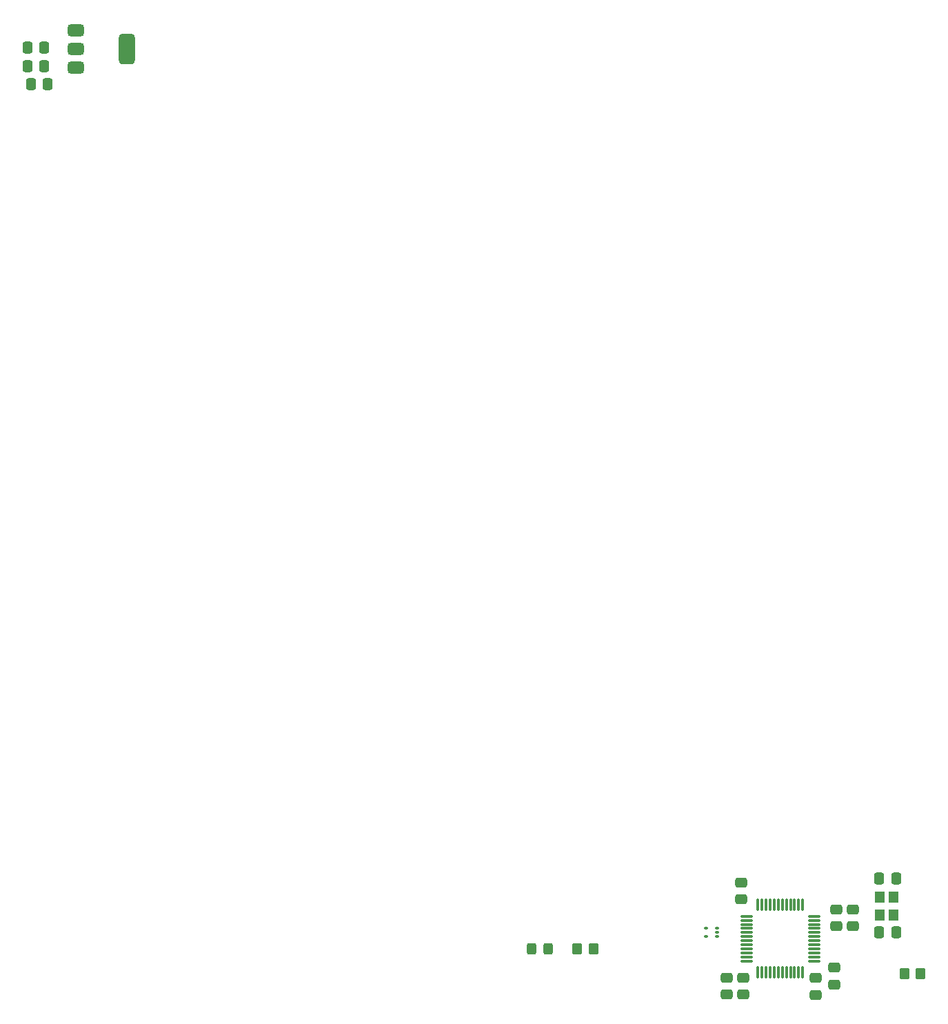
<source format=gbr>
%TF.GenerationSoftware,KiCad,Pcbnew,8.0.2*%
%TF.CreationDate,2025-01-30T16:21:06+01:00*%
%TF.ProjectId,zigzag,7a69677a-6167-42e6-9b69-6361645f7063,rev?*%
%TF.SameCoordinates,Original*%
%TF.FileFunction,Paste,Top*%
%TF.FilePolarity,Positive*%
%FSLAX46Y46*%
G04 Gerber Fmt 4.6, Leading zero omitted, Abs format (unit mm)*
G04 Created by KiCad (PCBNEW 8.0.2) date 2025-01-30 16:21:06*
%MOMM*%
%LPD*%
G01*
G04 APERTURE LIST*
G04 Aperture macros list*
%AMRoundRect*
0 Rectangle with rounded corners*
0 $1 Rounding radius*
0 $2 $3 $4 $5 $6 $7 $8 $9 X,Y pos of 4 corners*
0 Add a 4 corners polygon primitive as box body*
4,1,4,$2,$3,$4,$5,$6,$7,$8,$9,$2,$3,0*
0 Add four circle primitives for the rounded corners*
1,1,$1+$1,$2,$3*
1,1,$1+$1,$4,$5*
1,1,$1+$1,$6,$7*
1,1,$1+$1,$8,$9*
0 Add four rect primitives between the rounded corners*
20,1,$1+$1,$2,$3,$4,$5,0*
20,1,$1+$1,$4,$5,$6,$7,0*
20,1,$1+$1,$6,$7,$8,$9,0*
20,1,$1+$1,$8,$9,$2,$3,0*%
G04 Aperture macros list end*
%ADD10R,1.200000X1.400000*%
%ADD11RoundRect,0.075000X0.150000X0.075000X-0.150000X0.075000X-0.150000X-0.075000X0.150000X-0.075000X0*%
%ADD12RoundRect,0.250000X-0.325000X-0.450000X0.325000X-0.450000X0.325000X0.450000X-0.325000X0.450000X0*%
%ADD13RoundRect,0.250000X-0.350000X-0.450000X0.350000X-0.450000X0.350000X0.450000X-0.350000X0.450000X0*%
%ADD14RoundRect,0.250000X0.350000X0.450000X-0.350000X0.450000X-0.350000X-0.450000X0.350000X-0.450000X0*%
%ADD15RoundRect,0.250000X0.337500X0.475000X-0.337500X0.475000X-0.337500X-0.475000X0.337500X-0.475000X0*%
%ADD16RoundRect,0.250000X-0.337500X-0.475000X0.337500X-0.475000X0.337500X0.475000X-0.337500X0.475000X0*%
%ADD17RoundRect,0.250000X0.475000X-0.337500X0.475000X0.337500X-0.475000X0.337500X-0.475000X-0.337500X0*%
%ADD18RoundRect,0.250000X-0.475000X0.337500X-0.475000X-0.337500X0.475000X-0.337500X0.475000X0.337500X0*%
%ADD19RoundRect,0.075000X0.075000X0.662500X-0.075000X0.662500X-0.075000X-0.662500X0.075000X-0.662500X0*%
%ADD20RoundRect,0.075000X0.662500X0.075000X-0.662500X0.075000X-0.662500X-0.075000X0.662500X-0.075000X0*%
%ADD21RoundRect,0.375000X-0.625000X-0.375000X0.625000X-0.375000X0.625000X0.375000X-0.625000X0.375000X0*%
%ADD22RoundRect,0.500000X-0.500000X-1.400000X0.500000X-1.400000X0.500000X1.400000X-0.500000X1.400000X0*%
G04 APERTURE END LIST*
D10*
%TO.C,Y1*%
X174068000Y-142494000D03*
X174068000Y-144694000D03*
X175768000Y-144694000D03*
X175768000Y-142494000D03*
%TD*%
D11*
%TO.C,U4*%
X154116000Y-147312000D03*
X154116000Y-146812000D03*
X154116000Y-146312000D03*
X152716000Y-146312000D03*
X152716000Y-147312000D03*
%TD*%
D12*
%TO.C,SW1*%
X131318000Y-148844000D03*
X133368000Y-148844000D03*
%TD*%
D13*
%TO.C,R5*%
X177070000Y-151892000D03*
X179070000Y-151892000D03*
%TD*%
D14*
%TO.C,R4*%
X138906000Y-148844000D03*
X136906000Y-148844000D03*
%TD*%
D15*
%TO.C,C12*%
X176065000Y-146812000D03*
X173990000Y-146812000D03*
%TD*%
D16*
%TO.C,C11*%
X173990000Y-140208000D03*
X176065000Y-140208000D03*
%TD*%
D15*
%TO.C,C1*%
X71903500Y-42672000D03*
X69828500Y-42672000D03*
%TD*%
D17*
%TO.C,C8*%
X170787354Y-146083500D03*
X170787354Y-144008500D03*
%TD*%
%TO.C,C9*%
X168755354Y-146083500D03*
X168755354Y-144008500D03*
%TD*%
D18*
%TO.C,C7*%
X166215354Y-152412000D03*
X166215354Y-154487000D03*
%TD*%
%TO.C,C4*%
X157325354Y-152390500D03*
X157325354Y-154465500D03*
%TD*%
%TO.C,C10*%
X155293354Y-152390500D03*
X155293354Y-154465500D03*
%TD*%
D17*
%TO.C,C6*%
X157071354Y-142760000D03*
X157071354Y-140685000D03*
%TD*%
D18*
%TO.C,C5*%
X168501354Y-151142000D03*
X168501354Y-153217000D03*
%TD*%
D19*
%TO.C,U1*%
X164604354Y-151748500D03*
X164104354Y-151748500D03*
X163604354Y-151748500D03*
X163104354Y-151748500D03*
X162604354Y-151748500D03*
X162104354Y-151748500D03*
X161604354Y-151748500D03*
X161104354Y-151748500D03*
X160604354Y-151748500D03*
X160104354Y-151748500D03*
X159604354Y-151748500D03*
X159104354Y-151748500D03*
D20*
X157691854Y-150336000D03*
X157691854Y-149836000D03*
X157691854Y-149336000D03*
X157691854Y-148836000D03*
X157691854Y-148336000D03*
X157691854Y-147836000D03*
X157691854Y-147336000D03*
X157691854Y-146836000D03*
X157691854Y-146336000D03*
X157691854Y-145836000D03*
X157691854Y-145336000D03*
X157691854Y-144836000D03*
D19*
X159104354Y-143423500D03*
X159604354Y-143423500D03*
X160104354Y-143423500D03*
X160604354Y-143423500D03*
X161104354Y-143423500D03*
X161604354Y-143423500D03*
X162104354Y-143423500D03*
X162604354Y-143423500D03*
X163104354Y-143423500D03*
X163604354Y-143423500D03*
X164104354Y-143423500D03*
X164604354Y-143423500D03*
D20*
X166016854Y-144836000D03*
X166016854Y-145336000D03*
X166016854Y-145836000D03*
X166016854Y-146336000D03*
X166016854Y-146836000D03*
X166016854Y-147336000D03*
X166016854Y-147836000D03*
X166016854Y-148336000D03*
X166016854Y-148836000D03*
X166016854Y-149336000D03*
X166016854Y-149836000D03*
X166016854Y-150336000D03*
%TD*%
D15*
%TO.C,C2*%
X69388000Y-40457500D03*
X71463000Y-40457500D03*
%TD*%
D21*
%TO.C,U3*%
X75336000Y-40654000D03*
D22*
X81636000Y-38354000D03*
D21*
X75336000Y-38354000D03*
X75336000Y-36054000D03*
%TD*%
D15*
%TO.C,C3*%
X69388000Y-38171500D03*
X71463000Y-38171500D03*
%TD*%
M02*

</source>
